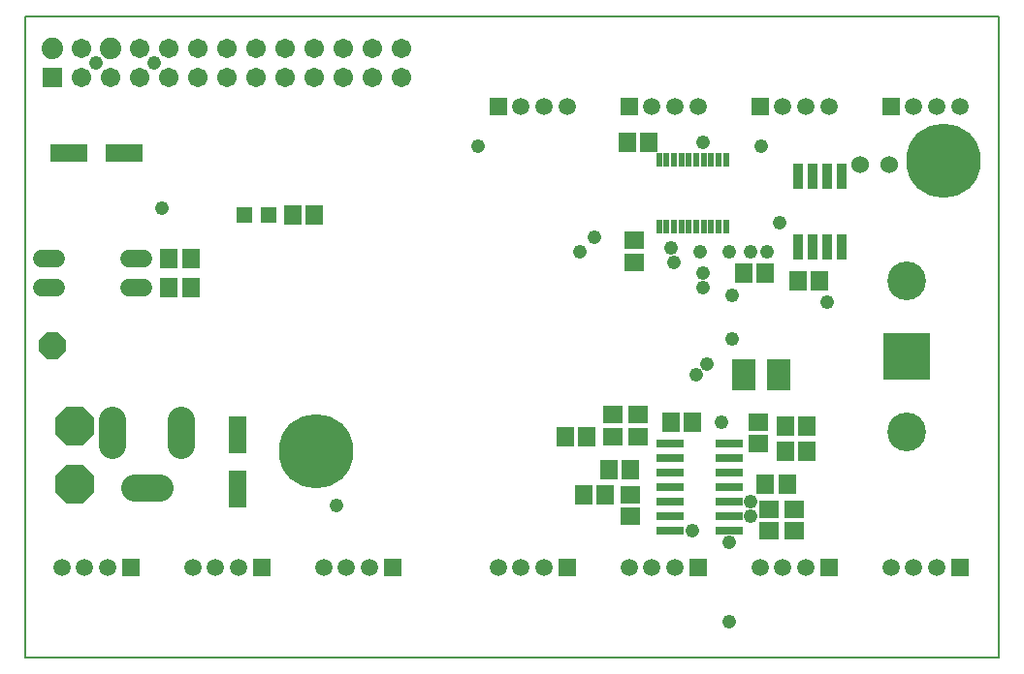
<source format=gts>
G75*
G70*
%OFA0B0*%
%FSLAX24Y24*%
%IPPOS*%
%LPD*%
%AMOC8*
5,1,8,0,0,1.08239X$1,22.5*
%
%ADD10R,0.0552X0.0552*%
%ADD11R,0.0592X0.0710*%
%ADD12C,0.0050*%
%ADD13R,0.0674X0.0674*%
%ADD14C,0.0740*%
%ADD15C,0.0674*%
%ADD16C,0.0000*%
%ADD17C,0.1261*%
%ADD18R,0.0340X0.0880*%
%ADD19C,0.0600*%
%ADD20R,0.0592X0.0671*%
%ADD21R,0.0200X0.0470*%
%ADD22R,0.0671X0.0592*%
%ADD23R,0.1640X0.1640*%
%ADD24C,0.1330*%
%ADD25R,0.0946X0.0316*%
%ADD26C,0.0940*%
%ADD27C,0.0600*%
%ADD28R,0.0710X0.0592*%
%ADD29R,0.0595X0.0595*%
%ADD30C,0.0595*%
%ADD31R,0.0631X0.1261*%
%ADD32R,0.1261X0.0631*%
%ADD33OC8,0.0930*%
%ADD34OC8,0.1330*%
%ADD35R,0.0848X0.1064*%
%ADD36C,0.0476*%
%ADD37C,0.0480*%
%ADD38C,0.2560*%
D10*
X007689Y015621D03*
X008515Y015621D03*
D11*
X009353Y015621D03*
X010101Y015621D03*
X005851Y014121D03*
X005103Y014121D03*
X005103Y013121D03*
X005851Y013121D03*
X018728Y007996D03*
X019476Y007996D03*
X019353Y005996D03*
X020101Y005996D03*
X026290Y007496D03*
X027038Y007496D03*
X027038Y008371D03*
X026290Y008371D03*
X025601Y013621D03*
X024853Y013621D03*
D12*
X000157Y022448D02*
X000157Y000401D01*
X033622Y000401D01*
X033622Y022448D01*
X000157Y022448D01*
D13*
X001102Y020371D03*
D14*
X001102Y021371D03*
X003102Y021371D03*
D15*
X004102Y021371D03*
X005102Y021371D03*
X006102Y021371D03*
X007102Y021371D03*
X008102Y021371D03*
X009102Y021371D03*
X010102Y021371D03*
X011102Y021371D03*
X012102Y021371D03*
X013102Y021371D03*
X013102Y020371D03*
X012102Y020371D03*
X011102Y020371D03*
X010102Y020371D03*
X009102Y020371D03*
X008102Y020371D03*
X007102Y020371D03*
X006102Y020371D03*
X005102Y020371D03*
X004102Y020371D03*
X003102Y020371D03*
X002102Y020371D03*
X002102Y021371D03*
D16*
X009573Y007496D02*
X009575Y007544D01*
X009581Y007592D01*
X009591Y007639D01*
X009604Y007685D01*
X009622Y007730D01*
X009642Y007774D01*
X009667Y007816D01*
X009695Y007855D01*
X009725Y007892D01*
X009759Y007926D01*
X009796Y007958D01*
X009834Y007987D01*
X009875Y008012D01*
X009918Y008034D01*
X009963Y008052D01*
X010009Y008066D01*
X010056Y008077D01*
X010104Y008084D01*
X010152Y008087D01*
X010200Y008086D01*
X010248Y008081D01*
X010296Y008072D01*
X010342Y008060D01*
X010387Y008043D01*
X010431Y008023D01*
X010473Y008000D01*
X010513Y007973D01*
X010551Y007943D01*
X010586Y007910D01*
X010618Y007874D01*
X010648Y007836D01*
X010674Y007795D01*
X010696Y007752D01*
X010716Y007708D01*
X010731Y007663D01*
X010743Y007616D01*
X010751Y007568D01*
X010755Y007520D01*
X010755Y007472D01*
X010751Y007424D01*
X010743Y007376D01*
X010731Y007329D01*
X010716Y007284D01*
X010696Y007240D01*
X010674Y007197D01*
X010648Y007156D01*
X010618Y007118D01*
X010586Y007082D01*
X010551Y007049D01*
X010513Y007019D01*
X010473Y006992D01*
X010431Y006969D01*
X010387Y006949D01*
X010342Y006932D01*
X010296Y006920D01*
X010248Y006911D01*
X010200Y006906D01*
X010152Y006905D01*
X010104Y006908D01*
X010056Y006915D01*
X010009Y006926D01*
X009963Y006940D01*
X009918Y006958D01*
X009875Y006980D01*
X009834Y007005D01*
X009796Y007034D01*
X009759Y007066D01*
X009725Y007100D01*
X009695Y007137D01*
X009667Y007176D01*
X009642Y007218D01*
X009622Y007262D01*
X009604Y007307D01*
X009591Y007353D01*
X009581Y007400D01*
X009575Y007448D01*
X009573Y007496D01*
X031136Y017496D02*
X031138Y017544D01*
X031144Y017592D01*
X031154Y017639D01*
X031167Y017685D01*
X031185Y017730D01*
X031205Y017774D01*
X031230Y017816D01*
X031258Y017855D01*
X031288Y017892D01*
X031322Y017926D01*
X031359Y017958D01*
X031397Y017987D01*
X031438Y018012D01*
X031481Y018034D01*
X031526Y018052D01*
X031572Y018066D01*
X031619Y018077D01*
X031667Y018084D01*
X031715Y018087D01*
X031763Y018086D01*
X031811Y018081D01*
X031859Y018072D01*
X031905Y018060D01*
X031950Y018043D01*
X031994Y018023D01*
X032036Y018000D01*
X032076Y017973D01*
X032114Y017943D01*
X032149Y017910D01*
X032181Y017874D01*
X032211Y017836D01*
X032237Y017795D01*
X032259Y017752D01*
X032279Y017708D01*
X032294Y017663D01*
X032306Y017616D01*
X032314Y017568D01*
X032318Y017520D01*
X032318Y017472D01*
X032314Y017424D01*
X032306Y017376D01*
X032294Y017329D01*
X032279Y017284D01*
X032259Y017240D01*
X032237Y017197D01*
X032211Y017156D01*
X032181Y017118D01*
X032149Y017082D01*
X032114Y017049D01*
X032076Y017019D01*
X032036Y016992D01*
X031994Y016969D01*
X031950Y016949D01*
X031905Y016932D01*
X031859Y016920D01*
X031811Y016911D01*
X031763Y016906D01*
X031715Y016905D01*
X031667Y016908D01*
X031619Y016915D01*
X031572Y016926D01*
X031526Y016940D01*
X031481Y016958D01*
X031438Y016980D01*
X031397Y017005D01*
X031359Y017034D01*
X031322Y017066D01*
X031288Y017100D01*
X031258Y017137D01*
X031230Y017176D01*
X031205Y017218D01*
X031185Y017262D01*
X031167Y017307D01*
X031154Y017353D01*
X031144Y017400D01*
X031138Y017448D01*
X031136Y017496D01*
D17*
X031727Y017496D03*
X010164Y007496D03*
D18*
X026727Y014536D03*
X027227Y014536D03*
X027727Y014536D03*
X028227Y014536D03*
X028227Y016956D03*
X027727Y016956D03*
X027227Y016956D03*
X026727Y016956D03*
D19*
X028852Y017371D03*
X029852Y017371D03*
D20*
X027476Y013371D03*
X026728Y013371D03*
X023101Y008496D03*
X022353Y008496D03*
X020976Y006871D03*
X020228Y006871D03*
X025603Y006371D03*
X026351Y006371D03*
X021601Y018121D03*
X020853Y018121D03*
D21*
X021950Y017520D03*
X022206Y017520D03*
X022462Y017520D03*
X022718Y017520D03*
X022974Y017520D03*
X023230Y017520D03*
X023486Y017520D03*
X023742Y017520D03*
X023998Y017520D03*
X024254Y017520D03*
X024254Y015223D03*
X023998Y015223D03*
X023742Y015223D03*
X023486Y015223D03*
X023230Y015223D03*
X022974Y015223D03*
X022718Y015223D03*
X022462Y015223D03*
X022206Y015223D03*
X021950Y015223D03*
D22*
X021102Y014745D03*
X021102Y013997D03*
X021227Y008745D03*
X021227Y007997D03*
X025352Y007747D03*
X025352Y008495D03*
D23*
X030477Y010746D03*
D24*
X030477Y008146D03*
X030477Y013346D03*
D25*
X024376Y007746D03*
X024376Y007246D03*
X024376Y006746D03*
X024376Y006246D03*
X024376Y005746D03*
X024376Y005246D03*
X024376Y004746D03*
X022328Y004746D03*
X022328Y005246D03*
X022328Y005746D03*
X022328Y006246D03*
X022328Y006746D03*
X022328Y007246D03*
X022328Y007746D03*
D26*
X005533Y007691D02*
X005533Y008551D01*
X003171Y008551D02*
X003171Y007691D01*
X003922Y006232D02*
X004782Y006232D01*
D27*
X004237Y013121D02*
X003717Y013121D01*
X003717Y014121D02*
X004237Y014121D01*
X001237Y014121D02*
X000717Y014121D01*
X000717Y013121D02*
X001237Y013121D01*
D28*
X020352Y008745D03*
X020352Y007997D03*
X020977Y005995D03*
X020977Y005247D03*
X025727Y005495D03*
X026602Y005495D03*
X026602Y004747D03*
X025727Y004747D03*
D29*
X027783Y003496D03*
X032283Y003496D03*
X023283Y003496D03*
X018783Y003496D03*
X012783Y003496D03*
X008283Y003496D03*
X003783Y003496D03*
X016421Y019371D03*
X020921Y019371D03*
X025421Y019371D03*
X029921Y019371D03*
D30*
X030708Y019371D03*
X031496Y019371D03*
X032283Y019371D03*
X027783Y019371D03*
X026996Y019371D03*
X026208Y019371D03*
X023283Y019371D03*
X022496Y019371D03*
X021708Y019371D03*
X018783Y019371D03*
X017996Y019371D03*
X017208Y019371D03*
X017208Y003496D03*
X016421Y003496D03*
X017996Y003496D03*
X020921Y003496D03*
X021708Y003496D03*
X022496Y003496D03*
X025421Y003496D03*
X026208Y003496D03*
X026996Y003496D03*
X029921Y003496D03*
X030708Y003496D03*
X031496Y003496D03*
X011996Y003496D03*
X011208Y003496D03*
X010421Y003496D03*
X007496Y003496D03*
X006708Y003496D03*
X005921Y003496D03*
X002996Y003496D03*
X002208Y003496D03*
X001421Y003496D03*
D31*
X007477Y006177D03*
X007477Y008066D03*
D32*
X003547Y017746D03*
X001657Y017746D03*
D33*
X001102Y011121D03*
D34*
X001852Y008371D03*
X001852Y006371D03*
D35*
X024877Y010121D03*
X026077Y010121D03*
D36*
X023602Y010496D03*
X023227Y010121D03*
X023477Y013121D03*
X023477Y013621D03*
X023352Y014371D03*
X022477Y013996D03*
X019727Y014871D03*
X019227Y014371D03*
X015727Y017996D03*
X023477Y018121D03*
X025477Y017996D03*
X026102Y015371D03*
X010852Y005621D03*
X023102Y004746D03*
X024352Y004371D03*
X024352Y001621D03*
X004852Y015871D03*
X004602Y020871D03*
X002602Y020871D03*
D37*
X022352Y014496D03*
X024352Y014371D03*
X025102Y014371D03*
X025664Y014371D03*
X024477Y012871D03*
X024477Y011371D03*
X027727Y012621D03*
X024102Y008496D03*
X025102Y005746D03*
X025102Y005246D03*
D38*
X010164Y007496D03*
X031727Y017496D03*
M02*

</source>
